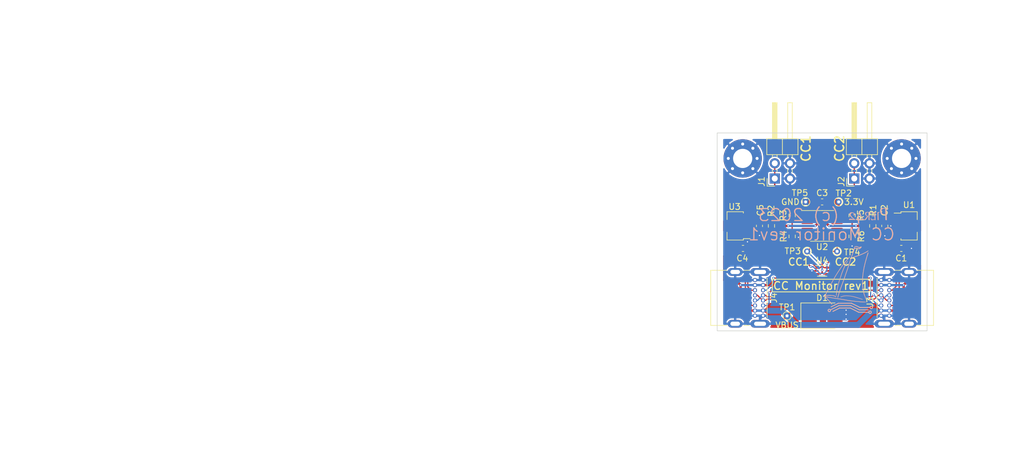
<source format=kicad_pcb>
(kicad_pcb (version 20211014) (generator pcbnew)

  (general
    (thickness 1.6)
  )

  (paper "User" 215.9 139.7)
  (title_block
    (title "CC Monitor")
    (date "2023-02-18")
    (rev "1.0")
    (company "CC-SA 4.0")
    (comment 2 "(c) 2023")
    (comment 3 "Wolfgang Friedrich")
    (comment 4 "Pier42 Electronics Design")
  )

  (layers
    (0 "F.Cu" jumper)
    (31 "B.Cu" signal)
    (32 "B.Adhes" user "B.Adhesive")
    (33 "F.Adhes" user "F.Adhesive")
    (34 "B.Paste" user)
    (35 "F.Paste" user)
    (36 "B.SilkS" user "B.Silkscreen")
    (37 "F.SilkS" user "F.Silkscreen")
    (38 "B.Mask" user)
    (39 "F.Mask" user)
    (40 "Dwgs.User" user "User.Drawings")
    (41 "Cmts.User" user "User.Comments")
    (42 "Eco1.User" user "User.Eco1")
    (43 "Eco2.User" user "User.Eco2")
    (44 "Edge.Cuts" user)
    (45 "Margin" user)
    (46 "B.CrtYd" user "B.Courtyard")
    (47 "F.CrtYd" user "F.Courtyard")
    (48 "B.Fab" user)
    (49 "F.Fab" user)
    (50 "User.1" user)
    (51 "User.2" user)
    (52 "User.3" user)
    (53 "User.4" user)
    (54 "User.5" user)
    (55 "User.6" user)
    (56 "User.7" user)
    (57 "User.8" user)
    (58 "User.9" user)
  )

  (setup
    (stackup
      (layer "F.SilkS" (type "Top Silk Screen"))
      (layer "F.Paste" (type "Top Solder Paste"))
      (layer "F.Mask" (type "Top Solder Mask") (thickness 0.01))
      (layer "F.Cu" (type "copper") (thickness 0.035))
      (layer "dielectric 1" (type "core") (thickness 1.51) (material "FR4") (epsilon_r 4.5) (loss_tangent 0.02))
      (layer "B.Cu" (type "copper") (thickness 0.035))
      (layer "B.Mask" (type "Bottom Solder Mask") (thickness 0.01))
      (layer "B.Paste" (type "Bottom Solder Paste"))
      (layer "B.SilkS" (type "Bottom Silk Screen"))
      (copper_finish "ENIG")
      (dielectric_constraints no)
    )
    (pad_to_mask_clearance 0)
    (aux_axis_origin 150 86)
    (grid_origin 150 86)
    (pcbplotparams
      (layerselection 0x00010fc_ffffffff)
      (disableapertmacros false)
      (usegerberextensions true)
      (usegerberattributes true)
      (usegerberadvancedattributes false)
      (creategerberjobfile false)
      (svguseinch false)
      (svgprecision 6)
      (excludeedgelayer true)
      (plotframeref false)
      (viasonmask false)
      (mode 1)
      (useauxorigin true)
      (hpglpennumber 1)
      (hpglpenspeed 20)
      (hpglpendiameter 15.000000)
      (dxfpolygonmode true)
      (dxfimperialunits true)
      (dxfusepcbnewfont true)
      (psnegative false)
      (psa4output false)
      (plotreference true)
      (plotvalue true)
      (plotinvisibletext false)
      (sketchpadsonfab false)
      (subtractmaskfromsilk false)
      (outputformat 1)
      (mirror false)
      (drillshape 0)
      (scaleselection 1)
      (outputdirectory "Gerber/")
    )
  )

  (net 0 "")
  (net 1 "VBUS")
  (net 2 "GND")
  (net 3 "Net-(C2-Pad1)")
  (net 4 "/+3.3V")
  (net 5 "Net-(C5-Pad1)")
  (net 6 "/CC1_L")
  (net 7 "/CC2_L")
  (net 8 "/CC1")
  (net 9 "/D-")
  (net 10 "/D+")
  (net 11 "/SBU1")
  (net 12 "/CC2")
  (net 13 "/SBU2")
  (net 14 "Net-(R3-Pad2)")
  (net 15 "Net-(R5-Pad2)")
  (net 16 "unconnected-(U4-Pad5)")

  (footprint "Capacitor_SMD:C_0603_1608Metric" (layer "F.Cu") (at 154.3 72.25))

  (footprint "P42:USB_C_Receptacle_Molex_213716-0001" (layer "F.Cu") (at 157.65 80.5 -90))

  (footprint "Resistor_SMD:R_0603_1608Metric" (layer "F.Cu") (at 172.5 66.75 -90))

  (footprint "TestPoint:TestPoint_THTPad_D1.0mm_Drill0.5mm" (layer "F.Cu") (at 161.65 83.5))

  (footprint "Package_TO_SOT_SMD:SOT-89-3" (layer "F.Cu") (at 153.3 68.5 180))

  (footprint "Resistor_SMD:R_0603_1608Metric" (layer "F.Cu") (at 162.5 70.25 90))

  (footprint "Package_TO_SOT_SMD:SOT-666" (layer "F.Cu") (at 167.5 76))

  (footprint "Resistor_SMD:R_0603_1608Metric" (layer "F.Cu") (at 159.05 68.5 90))

  (footprint "Capacitor_SMD:C_0603_1608Metric" (layer "F.Cu") (at 177.95 68.5 -90))

  (footprint "Resistor_SMD:R_0603_1608Metric" (layer "F.Cu") (at 175.95 68.5 90))

  (footprint "MountingHole:MountingHole_3.2mm_M3_Pad_Via" (layer "F.Cu") (at 180.75 57.25))

  (footprint "Connector_PinHeader_2.54mm:PinHeader_2x02_P2.54mm_Horizontal" (layer "F.Cu") (at 172.86 60.6 90))

  (footprint "TestPoint:TestPoint_THTPad_D1.0mm_Drill0.5mm" (layer "F.Cu") (at 170.25 64.5))

  (footprint "Resistor_SMD:R_0603_1608Metric" (layer "F.Cu") (at 162.5 66.75 -90))

  (footprint "MountingHole:MountingHole_3.2mm_M3_Pad_Via" (layer "F.Cu") (at 154.25 57.25))

  (footprint "TestPoint:TestPoint_THTPad_D1.0mm_Drill0.5mm" (layer "F.Cu") (at 165 72.75))

  (footprint "Diode_SMD:D_SMB" (layer "F.Cu") (at 167.5 83.5))

  (footprint "Package_SO:SOIC-8_3.9x4.9mm_P1.27mm" (layer "F.Cu") (at 167.5 68.5))

  (footprint "Capacitor_SMD:C_0603_1608Metric" (layer "F.Cu") (at 157.05 68.5 -90))

  (footprint "TestPoint:TestPoint_THTPad_D1.0mm_Drill0.5mm" (layer "F.Cu") (at 170 72.75))

  (footprint "P42:logo_small_Fab" (layer "F.Cu") (at 197.394111 103.323715))

  (footprint "Capacitor_SMD:C_0603_1608Metric" (layer "F.Cu") (at 167.5 64.5 180))

  (footprint "Connector_PinHeader_2.54mm:PinHeader_2x02_P2.54mm_Horizontal" (layer "F.Cu") (at 159.6 60.6 90))

  (footprint "Resistor_SMD:R_0603_1608Metric" (layer "F.Cu") (at 172.5 70.25 90))

  (footprint "TestPoint:TestPoint_THTPad_D1.0mm_Drill0.5mm" (layer "F.Cu") (at 164.75 64.5))

  (footprint "Package_TO_SOT_SMD:SOT-89-3" (layer "F.Cu") (at 181.7 68.5))

  (footprint "P42:USB_C_Receptacle_Molex_213716-0001" (layer "F.Cu") (at 177.35 80.5 90))

  (footprint "Capacitor_SMD:C_0603_1608Metric" (layer "F.Cu") (at 180.7 72.25))

  (footprint "P42:logo_small" (layer "B.Cu") (at 171.6 77.1 180))

  (footprint "P42:Pier42_5.4mmx3.0mm" (layer "B.Cu")
    (tedit 5D0AED7D) (tstamp 7b17b708-9755-4055-b58c-9e54acae998e)
    (at 171.6 66.7 180)
    (attr through_hole)
    (fp_text reference "G***" (at -4.107996 0.186267) (layer "B.SilkS") hide
      (effects (font (size 1.524 1.524) (thickness 0.3)) (justify mirror))
      (tstamp c1b4cc6b-413f-4304-a76c-1996ba5a6c8d)
    )
    (fp_text value "LOGO" (at -3.62849 0.124967) (layer "B.SilkS") hide
      (effects (font (size 1.524 1.524) (thickness 0.3)) (justify mirror))
      (tstamp 36b0e040-4dfa-4939-9463-f32c8b16431a)
    )
    (fp_poly (pts
        (xy -0.741062 0.461268)
        (xy -0.67149 0.447433)
        (xy -0.610976 0.423206)
        (xy -0.556721 0.387632)
        (xy -0.532553 0.366689)
        (xy -0.490965 0.318914)
        (xy -0.463644 0.265396)
        (xy -0.448777 0.203512)
        (xy -0.445508 0.132115)
        (xy -0.455965 0.059639)
        (xy -0.480443 -0.014308)
        (xy -0.519236 -0.090119)
        (xy -0.572638 -0.168186)
        (xy -0.640944 -0.248902)
        (xy -0.724448 -0.332659)
        (xy -0.823445 -0.41985)
        (xy -0.938229 -0.510868)
        (xy -1.041106 -0.586335)
        (xy -1.078372 -0.612878)
        (xy -1.112311 -0.637095)
        (xy -1.139727 -0.656702)
        (xy -1.157421 -0.669415)
        (xy -1.160169 -0.671406)
        (xy -1.1811 -0.686646)
        (xy -1.159933 -0.681915)
        (xy -1.035043 -0.655445)
        (xy -0.923532 -0.634983)
        (xy -0.823074 -0.620203)
        (xy -0.731344 -0.610779)
        (xy -0.646017 -0.606385)
        (xy -0.618066 -0.605979)
        (xy -0.568248 -0.605996)
        (xy -0.531814 -0.606879)
        (xy -0.505222 -0.609014)
        (xy -0.484928 -0.612788)
        (xy -0.467391 -0.618586)
        (xy -0.455684 -0.623674)
        (xy -0.420012 -0.646271)
        (xy -0.398838 -0.675539)
        (xy -0.390922 -0.713775)
        (xy -0.391989 -0.741665)
        (xy -0.396551 -0.77104)
        (xy -0.403017 -0.796002)
        (xy -0.40658 -0.80467)
        (xy -0.414293 -0.815504)
        (xy -0.425534 -0.82012)
        (xy -0.445537 -0.819822)
        (xy -0.460835 -0.818195)
        (xy -0.482429 -0.816241)
        (xy -0.517728 -0.813724)
        (xy -0.563523 -0.810843)
        (xy -0.616603 -0.807796)
        (xy -0.673756 -0.804783)
        (xy -0.693474 -0.803805)
        (xy -0.78633 -0.800785)
        (xy -0.890682 -0.799975)
        (xy -1.001252 -0.801256)
        (xy -1.112763 -0.804508)
        (xy -1.219939 -0.809614)
        (xy -1.317501 -0.816455)
        (xy -1.338625 -0.818316)
        (xy -1.394549 -0.82347)
        (xy -1.399239 -0.782151)
        (xy -1.401691 -0.758264)
        (xy -1.402755 -0.74306)
        (xy -1.402581 -0.74026)
        (xy -1.395736 -0.735231)
        (xy -1.377667 -0.72169)
        (xy -1.350648 -0.701348)
        (xy -1.335657 -0.690033)
        (xy -1.1938 -0.690033)
        (xy -1.189566 -0.694266)
        (xy -1.185333 -0.690033)
        (xy -1.189566 -0.6858)
        (xy -1.1938 -0.690033)
        (xy -1.335657 -0.690033)
        (xy -1.316953 -0.675916)
        (xy -1.291166 -0.656421)
        (xy -1.168621 -0.560704)
        (xy -1.05861 -0.468534)
        (xy -0.961585 -0.380381)
        (xy -0.878002 -0.296716)
        (xy -0.808315 -0.218012)
        (xy -0.752978 -0.14474)
        (xy -0.712445 -0.077372)
        (xy -0.694048 -0.036437)
        (xy -0.674411 0.034922)
        (xy -0.670123 0.10286)
        (xy -0.680248 0.16583)
        (xy -0.703853 0.22228)
        (xy -0.740002 0.270663)
        (xy -0.787759 0.309428)
        (xy -0.846192 0.337027)
        (xy -0.914363 0.351909)
        (xy -0.929179 0.35323)
        (xy -0.995961 0.352181)
        (xy -1.054424 0.340012)
        (xy -1.103139 0.317675)
        (xy -1.140676 0.286123)
        (xy -1.165605 0.246311)
        (xy -1.176496 0.199192)
        (xy -1.176866 0.188076)
        (xy -1.169901 0.134408)
        (xy -1.150778 0.081459)
        (xy -1.122162 0.036551)
        (xy -1.121457 0.035723)
        (xy -1.105587 0.01482)
        (xy -1.096733 -0.00161)
        (xy -1.096172 -0.008044)
        (xy -1.10961 -0.01723)
        (xy -1.135094 -0.02531)
        (xy -1.167737 -0.03115)
        (xy -1.20265 -0.033617)
        (xy -1.2065 -0.033633)
        (xy -1.260145 -0.026397)
        (xy -1.30489 -0.005798)
        (xy -1.339203 0.027067)
        (xy -1.361553 0.071102)
        (xy -1.363905 0.079067)
        (xy -1.369666 0.131158)
        (xy -1.359912 0.18287)
        (xy -1.336051 0.2332)
        (xy -1.299488 0.281141)
        (xy -1.251632 0.32569)
        (xy -1.193888 0.365842)
        (xy -1.127664 0.400593)
        (xy -1.054368 0.428937)
        (xy -0.975405 0.44987)
        (xy -0.892182 0.462387)
        (xy -0.822492 0.465667)
        (xy -0.741062 0.461268)
      ) (layer "B.SilkS") (width 0.01) (fill solid) (tstamp 26ffbf68-60d1-4da3-b6d3-30c2f9351919))
    (fp_poly (pts
        (xy -4.166919 0.513726)
        (xy -4.133992 0.51308)
        (xy -4.1146 0.511906)
        (xy -4.110911 0.511194)
        (xy -4.096446 0.499231)
        (xy -4.089848 0.487796)
        (xy -4.087752 0.471674)
        (xy -4.087518 0.441556)
        (xy -4.089002 0.400261)
        (xy -4.092064 0.350606)
        (xy -4.096559 0.295411)
        (xy -4.102346 0.237493)
        (xy -4.102625 0.23495)
        (xy -4.107996 0.186267)
        (xy -4.170144 0.186267)
        (xy -4.171224 0.264584)
        (xy -4.17226 0.308788)
        (xy -4.175221 0.343641)
        (xy -4.18192 0.370253)
        (xy -4.194171 0.389734)
        (xy -4.213788 0.403198)
        (xy -4.242584 0.411754)
        (xy -4.282373 0.416514)
        (xy -4.334969 0.418589)
        (xy -4.402186 0.419091)
        (xy -4.423438 0.4191)
        (xy -4.6101 0.4191)
        (xy -4.616666 0.161789)
        (xy -4.618188 0.097532)
        (xy -4.619351 0.038902)
        (xy -4.620132 -0.012005)
        (xy -4.620507 -0.053098)
        (xy -4.620453 -0.082281)
        (xy -4.619945 -0.097463)
        (xy -4.619612 -0.099143)
        (xy -4.609716 -0.100889)
        (xy -4.585886 -0.102267)
        (xy -4.551119 -0.103276)
        (xy -4.50841 -0.103915)
        (xy -4.460755 -0.104186)
        (xy -4.41115 -0.104088)
        (xy -4.362591 -0.10362)
        (xy -4.318074 -0.102783)
        (xy -4.280595 -0.101578)
        (xy -4.253149 -0.100002)
        (xy -4.244663 -0.099147)
        (xy -4.192493 -0.092461)
        (xy -4.186882 -0.118007)
        (xy -4.184652 -0.149348)
        (xy -4.195422 -0.171529)
        (xy -4.220982 -0.187886)
        (xy -4.225357 -0.189708)
        (xy -4.254095 -0.196791)
        (xy -4.296383 -0.201288)
        (xy -4.34903 -0.20316)
        (xy -4.408845 -0.202366)
        (xy -4.472638 -0.198867)
        (xy -4.529557 -0.193515)
        (xy -4.565872 -0.189995)
        (xy -4.595715 -0.188243)
        (xy -4.615224 -0.188422)
        (xy -4.620597 -0.189708)
        (xy -4.622843 -0.199689)
        (xy -4.625447 -0.223758)
        (xy -4.628187 -0.259083)
        (xy -4.630838 -0.302827)
        (xy -4.632895 -0.345442)
        (xy -4.635699 -0.405315)
        (xy -4.639122 -0.469859)
        (xy -4.642809 -0.532832)
        (xy -4.646402 -0.587989)
        (xy -4.647921 -0.608964)
        (xy -4.650931 -0.650698)
        (xy -4.653173 -0.685738)
        (xy -4.654469 -0.710957)
        (xy -4.65464 -0.723231)
        (xy -4.65448 -0.723916)
        (xy -4.645828 -0.724082)
        (xy -4.622398 -0.723915)
        (xy -4.586342 -0.723447)
        (xy -4.539812 -0.722709)
        (xy -4.484961 -0.721734)
        (xy -4.423938 -0.720554)
        (xy -4.412268 -0.720318)
        (xy -4.172102 -0.715433)
        (xy -4.144855 -0.683897)
        (xy -4.12108 -0.649225)
        (xy -4.10442 -0.606906)
        (xy -4.093247 -0.55269)
        (xy -4.09247 -0.547194)
        (xy -4.088508 -0.523413)
        (xy -4.082425 -0.511945)
        (xy -4.070006 -0.508301)
        (xy -4.055654 -0.507999)
        (xy -4.02421 -0.507999)
        (xy -4.02796 -0.573616)
        (xy -4.035936 -0.650911)
        (xy -4.050109 -0.715841)
        (xy -4.070103 -0.767396)
        (xy -4.095541 -0.804566)
        (xy -4.121114 -0.824069)
        (xy -4.160277 -0.83703)
        (xy -4.209279 -0.840722)
        (xy -4.2545 -0.837517)
        (xy -4.283445 -0.833955)
        (xy -4.323622 -0.828769)
        (xy -4.369492 -0.822684)
        (xy -4.411133 -0.817029)
        (xy -4.511629 -0.807645)
        (xy -4.610732 -0.808008)
        (xy -4.715124 -0.818228)
        (xy -4.743357 -0.822419)
        (xy -4.774593 -0.826848)
        (xy -4.798672 -0.829339)
        (xy -4.811333 -0.829478)
        (xy -4.812196 -0.82912)
        (xy -4.812636 -0.819843)
        (xy -4.811573 -0.796848)
        (xy -4.809207 -0.763267)
        (xy -4.805742 -0.722228)
        (xy -4.804333 -0.706966)
        (xy -4.7973 -0.620564)
        (xy -4.791056 -0.520051)
        (xy -4.785703 -0.408238)
        (xy -4.78134 -0.287935)
        (xy -4.778069 -0.16195)
        (xy -4.77599 -0.033094)
        (xy -4.775204 0.095824)
        (xy -4.7752 0.105506)
        (xy -4.775105 0.186144)
        (xy -4.775202 0.25146)
        (xy -4.776062 0.303059)
        (xy -4.778256 0.34255)
        (xy -4.782357 0.371538)
        (xy -4.788936 0.39163)
        (xy -4.798565 0.404433)
        (xy -4.811815 0.411554)
        (xy -4.829257 0.414599)
        (xy -4.851465 0.415174)
        (xy -4.879008 0.414887)
        (xy -4.885266 0.414867)
        (xy -4.961467 0.414867)
        (xy -4.961467 0.472186)
        (xy -4.89585 0.481487)
        (xy -4.854565 0.486998)
        (xy -4.806028 0.492977)
        (xy -4.759842 0.498247)
        (xy -4.754033 0.498869)
        (xy -4.726462 0.501063)
        (xy -4.686719 0.503223)
        (xy -4.637142 0.505303)
        (xy -4.580068 0.50726)
        (xy -4.517834 0.509047)
        (xy -4.452776 0.510622)
        (xy -4.38723 0.511938)
        (xy -4.323535 0.512952)
        (xy -4.264027 0.513617)
        (xy -4.211043 0.51389)
        (xy -4.166919 0.513726)
      ) (layer "B.SilkS") (width 0.01) (fill solid) (tstamp b4603be0-d208-40df-ae12-69c4479b6493))
    (fp_poly (pts
        (xy -2.096168 0.613535)
        (xy -2.044644 0.600367)
        (xy -2.004923 0.576759)
        (xy -1.978097 0.543765)
        (xy -1.965256 0.502442)
        (xy -1.964266 0.485768)
        (xy -1.9688 0.443304)
        (xy -1.982539 0.391857)
        (xy -2.005691 0.33107)
        (xy -2.038463 0.260587)
        (xy -2.081062 0.180052)
        (xy -2.133697 0.089108)
        (xy -2.196574 -0.0126)
        (xy -2.269901 -0.12543)
        (xy -2.353884 -0.249736)
        (xy -2.448733 -0.385876)
        (xy -2.554653 -0.534206)
        (xy -2.572044 -0.558268)
        (xy -2.601372 -0.599009)
        (xy -2.626797 -0.634755)
        (xy -2.646827 -0.663373)
        (xy -2.659968 -0.682728)
        (xy -2.664729 -0.690688)
        (xy -2.664709 -0.690764)
        (xy -2.65602 -0.690535)
        (xy -2.63568 -0.68805)
        (xy -2.616948 -0.68524)
        (xy -2.59586 -0.68237)
        (xy -2.560816 -0.678174)
        (xy -2.514713 -0.672974)
        (xy -2.460449 -0.667092)
        (xy -2.400921 -0.660848)
        (xy -2.354482 -0.656113)
        (xy -2.29308 -0.649932)
        (xy -2.234918 -0.644078)
        (xy -2.182853 -0.638838)
        (xy -2.139746 -0.634499)
        (xy -2.108457 -0.63135)
        (xy -2.094348 -0.62993)
        (xy -2.050862 -0.625555)
        (xy -2.044795 -0.454594)
        (xy -2.041382 -0.360687)
        (xy -2.038314 -0.282212)
        (xy -2.035474 -0.217676)
        (xy -2.032747 -0.165583)
        (xy -2.030018 -0.124439)
        (xy -2.02717 -0.092751)
        (xy -2.024087 -0.069022)
        (xy -2.020655 -0.05176)
        (xy -2.016756 -0.039469)
        (xy -2.012276 -0.030655)
        (xy -2.0119 -0.030073)
        (xy -1.986968 -0.005401)
        (xy -1.951766 0.012822)
        (xy -1.912495 0.022087)
        (xy -1.884022 0.021638)
        (xy -1.86359 0.018601)
        (xy -1.847885 0.015031)
        (xy -1.836441 0.008916)
        (xy -1.828794 -0.001757)
        (xy -1.824479 -0.019)
        (xy -1.82303 -0.044826)
        (xy -1.823982 -0.081248)
        (xy -1.826871 -0.130278)
        (xy -1.83123 -0.193928)
        (xy -1.831911 -0.203829)
        (xy -1.836238 -0.268103)
        (xy -1.840535 -0.334116)
        (xy -1.844527 -0.39752)
        (xy -1.847944 -0.453961)
        (xy -1.850512 -0.499091)
        (xy -1.851046 -0.509184)
        (xy -1.856571 -0.616202)
        (xy -1.726269 -0.619268)
        (xy -1.67471 -0.620744)
        (xy -1.636972 -0.622638)
        (xy -1.609945 -0.625348)
        (xy -1.590515 -0.629272)
        (xy -1.575572 -0.634807)
        (xy -1.566352 -0.639713)
        (xy -1.544134 -0.656295)
        (xy -1.52757 -0.674741)
        (xy -1.525749 -0.677796)
        (xy -1.519223 -0.702946)
        (xy -1.519009 -0.736835)
        (xy -1.524672 -0.772673)
        (xy -1.533556 -0.79911)
        (xy -1.539642 -0.811032)
        (xy -1.547108 -0.81775)
        (xy -1.560099 -0.820309)
        (xy -1.582758 -0.819755)
        (xy -1.608242 -0.817951)
        (xy -1.644956 -0.815379)
        (xy -1.691327 -0.812377)
        (xy -1.740104 -0.809406)
        (xy -1.766612 -0.80788)
        (xy -1.861058 -0.802587)
        (xy -1.866047 -0.864843)
        (xy -1.867665 -0.889904)
        (xy -1.869692 -0.928965)
        (xy -1.872002 -0.979101)
        (xy -1.874464 -1.037387)
        (xy -1.876951 -1.100898)
        (xy -1.879334 -1.16671)
        (xy -1.879362 -1.167504)
        (xy -1.881632 -1.229551)
        (xy -1.88393 -1.285919)
        (xy -1.886146 -1.334436)
        (xy -1.888174 -1.372934)
        (xy -1.889907 -1.399241)
        (xy -1.891237 -1.411189)
        (xy -1.891427 -1.411649)
        (xy -1.9005 -1.413978)
        (xy -1.922197 -1.417824)
        (xy -1.952343 -1.422582)
        (xy -1.986762 -1.427647)
        (xy -2.021278 -1.432415)
        (xy -2.051716 -1.43628)
        (xy -2.0739 -1.438638)
        (xy -2.080683 -1.439065)
        (xy -2.089667 -1.432367)
        (xy -2.091266 -1.424693)
        (xy -2.090847 -1.412733)
        (xy -2.089661 -1.386133)
        (xy -2.087819 -1.347162)
        (xy -2.085429 -1.29809)
        (xy -2.082602 -1.241188)
        (xy -2.079446 -1.178724)
        (xy -2.078713 -1.164343)
        (xy -2.075352 -1.097968)
        (xy -2.072168 -1.033957)
        (xy -2.069298 -0.975169)
        (xy -2.06688 -0.924465)
        (xy -2.065052 -0.884703)
        (xy -2.063953 -0.858743)
        (xy -2.063896 -0.85723)
        (xy -2.061633 -0.795828)
        (xy -2.129366 -0.795882)
        (xy -2.16424 -0.796293)
        (xy -2.212929 -0.797407)
        (xy -2.272351 -0.799108)
        (xy -2.339423 -0.801279)
        (xy -2.411063 -0.803804)
        (xy -2.484189 -0.806566)
        (xy -2.555719 -0.809449)
        (xy -2.622569 -0.812338)
        (xy -2.681657 -0.815114)
        (xy -2.729902 -0.817663)
        (xy -2.763518 -0.819815)
        (xy -2.801939 -0.822447)
        (xy -2.826719 -0.823176)
        (xy -2.841077 -0.82166)
        (xy -2.848233 -0.817559)
        (xy -2.851406 -0.810531)
        (xy -2.851414 -0.810501)
        (xy -2.859566 -0.799463)
        (xy -2.869196 -0.800774)
        (xy -2.919925 -0.818434)
        (xy -2.974538 -0.830773)
        (xy -3.025606 -0.836302)
        (xy -3.045709 -0.836158)
        (xy -3.081869 -0.832074)
        (xy -3.10953 -0.822934)
        (xy -3.134355 -0.807952)
        (xy -3.171685 -0.776439)
        (xy -3.215046 -0.730482)
        (xy -3.263664 -0.671141)
        (xy -3.316768 -0.599478)
        (xy -3.373585 -0.516553)
        (xy -3.433341 -0.423429)
        (xy -3.495264 -0.321167)
        (xy -3.521145 -0.276765)
        (xy -3.545757 -0.233663)
        (xy -3.567126 -0.195445)
        (xy -3.583906 -0.164583)
        (xy -3.594751 -0.143549)
        (xy -3.598333 -0.134948)
        (xy -3.590851 -0.129802)
        (xy -3.5723 -0.127009)
        (xy -3.566583 -0.126852)
        (xy -3.526191 -0.123394)
        (xy -3.478725 -0.114508)
        (xy -3.431635 -0.10195)
        (xy -3.392369 -0.087474)
        (xy -3.385447 -0.084169)
        (xy -3.328255 -0.04861)
        (xy -3.285507 -0.006217)
        (xy -3.255442 0.045399)
        (xy -3.2363 0.10863)
        (xy -3.233833 0.121687)
        (xy -3.227563 0.194759)
        (xy -3.234662 0.261716)
        (xy -3.254499 0.320955)
        (xy -3.286445 0.370874)
        (xy -3.329869 0.40987)
        (xy -3.352322 0.42309)
        (xy -3.393849 0.4384)
        (xy -3.445974 0.448797)
        (xy -3.502864 0.453455)
        (xy -3.55525 0.45188)
        (xy -3.614584 0.446366)
        (xy -3.618698 0.411566)
        (xy -3.619622 0.397138)
        (xy -3.620891 0.36732)
        (xy -3.622459 0.323654)
        (xy -3.624279 0.26768)
        (xy -3.626305 0.200938)
        (xy -3.62849 0.124967)
        (xy -3.630789 0.041309)
        (xy -3.633154 -0.048497)
        (xy -3.63554 -0.142911)
        (xy -3.636086 -0.165099)
        (xy -3.639103 -0.286653)
        (xy -3.641826 -0.392353)
        (xy -3.644303 -0.483279)
        (xy -3.646583 -0.560508)
        (xy -3.648714 -0.625118)
        (xy -3.650744 -0.678185)
        (xy -3.652724 -0.720788)
        (xy -3.6547 -0.754004)
        (xy -3.656721 -0.778911)
        (xy -3.658836 -0.796586)
        (xy -3.661094 -0.808107)
        (xy -3.663543 -0.814551)
        (xy -3.665426 -0.816637)
        (xy -3.676387 -0.819164)
        (xy -3.699773 -0.822329)
        (xy -3.731117 -0.825554)
        (xy -3.740961 -0.82641)
        (xy -3.774893 -0.829064)
        (xy -3.795353 -0.829579)
        (xy -3.805741 -0.827237)
        (xy -3.80946 -0.821324)
        (xy -3.809913 -0.8119)
        (xy -3.809509 -0.797697)
        (xy -3.808429 -0.769354)
        (xy -3.806789 -0.729647)
        (xy -3.804704 -0.681351)
        (xy -3.80229 -0.627242)
        (xy -3.801293 -0.605366)
        (xy -3.798561 -0.54004)
        (xy -3.795957 -0.466977)
        (xy -3.793511 -0.38797)
        (xy -3.79125 -0.304813)
        (xy -3.789201 -0.219299)
        (xy -3.787394 -0.133222)
        (xy -3.785855 -0.048375)
        (xy -3.784613 0.033449)
        (xy -3.783695 0.110456)
        (xy -3.783129 0.180854)
        (xy -3.782944 0.242848)
        (xy -3.783168 0.294645)
        (xy -3.783827 0.334453)
        (xy -3.78495 0.360477)
        (xy -3.786118 0.369885)
        (xy -3.794858 0.390623)
        (xy -3.809443 0.404342)
        (xy -3.832831 0.412233)
        (xy -3.867981 0.415483)
        (xy -3.900006 0.415651)
        (xy -3.934701 0.415496)
        (xy -3.955799 0.416708)
        (xy -3.966622 0.420008)
        (xy -3.970495 0.426116)
        (xy -3.970866 0.431002)
        (xy -3.973176 0.451236)
        (xy -3.975413 0.459197)
        (xy -3.973851 0.464436)
        (xy -3.963632 0.469524)
        (xy -3.942771 0.474964)
        (xy -3.909281 0.481262)
        (xy -3.861177 0.488924)
        (xy -3.854763 0.489894)
        (xy -3.776587 0.501354)
        (xy -3.711353 0.510096)
        (xy -3.655349 0.516452)
        (xy -3.604861 0.520756)
        (xy -3.556176 0.523343)
        (xy -3.50558 0.524547)
        (xy -3.4671 0.524744)
        (xy -3.375481 0.521419)
        (xy -3.298144 0.511154)
        (xy -3.233676 0.493363)
        (xy -3.180663 0.467459)
        (xy -3.137689 0.432855)
        (xy -3.103343 0.388964)
        (xy -3.091906 0.369063)
        (xy -3.081931 0.348773)
        (xy -3.07538 0.33018)
        (xy -3.071545 0.308899)
        (xy -3.069715 0.280545)
        (xy -3.069181 0.240733)
        (xy -3.069167 0.2286)
        (xy -3.069457 0.185532)
        (xy -3.070895 0.154578)
        (xy -3.074325 0.130921)
        (xy -3.080596 0.109745)
        (xy -3.090553 0.086233)
        (xy -3.096387 0.073765)
        (xy -3.1362 0.008482)
        (xy -3.189424 -0.050135)
        (xy -3.253056 -0.099575)
        (xy -3.324093 -0.137329)
        (xy -3.367617 -0.152915)
        (xy -3.389342 -0.161038)
        (xy -3.402148 -0.169118)
        (xy -3.4036 -0.171889)
        (xy -3.399143 -0.18356)
        (xy -3.386677 -0.207083)
        (xy -3.36756 -0.240203)
        (xy -3.343151 -0.280666)
        (xy -3.314806 -0.326217)
        (xy -3.283885 -0.374601)
        (xy -3.254713 -0.419099)
        (xy -3.191101 -0.510857)
        (xy -3.132709 -0.586661)
        (xy -3.079427 -0.646627)
        (xy -3.031146 -0.690874)
        (xy -2.987755 -0.71952)
        (xy -2.9667 -0.728419)
        (xy -2.931698 -0.734354)
        (xy -2.889882 -0.733469)
        (xy -2.849736 -0.726211)
        (xy -2.835761 -0.72151)
        (xy -2.822168 -0.710635)
        (xy -2.800669 -0.686232)
        (xy -2.772004 -0.649333)
        (xy -2.736913 -0.600971)
        (xy -2.696135 -0.542179)
        (xy -2.650409 -0.473989)
        (xy -2.600476 -0.397433)
        (xy -2.57369 -0.355599)
        (xy -2.48739 -0.216763)
        (xy -2.412192 -0.088608)
        (xy -2.347409 0.03034)
        (xy -2.292354 0.141556)
        (xy -2.246341 0.246513)
        (xy -2.208683 0.346687)
        (xy -2.178694 0.443552)
        (xy -2.155686 0.538582)
        (xy -2.154446 0.544579)
        (xy -2.13917 0.619258)
        (xy -2.096168 0.613535)
      ) (layer "B.SilkS") (width 0.01) (fill solid) (tstamp ba6fa6d1-dbe7-4a35-a5e1-2919327fff03))
    (fp_poly (pts
        (xy -5.181031 0.506725)
        (xy -5.153291 0.490562)
        (xy -5.150129 0.487195)
        (xy -5.14351 0.478861)
        (xy -5.138615 0.469771)
        (xy -5.135194 0.457414)
        (xy -5.132996 0.439277)
        (xy -5.131773 0.412847)
        (xy -5.131276 0.375614)
        (xy -5.131253 0.325064)
        (xy -5.13133 0.297978)
        (xy -5.131681 0.257344)
        (xy -5.132485 0.205208)
        (xy -5.133689 0.143259)
        (xy -5.135243 0.073185)
        (xy -5.137095 -0.003328)
        (xy -5.1
... [193600 chars truncated]
</source>
